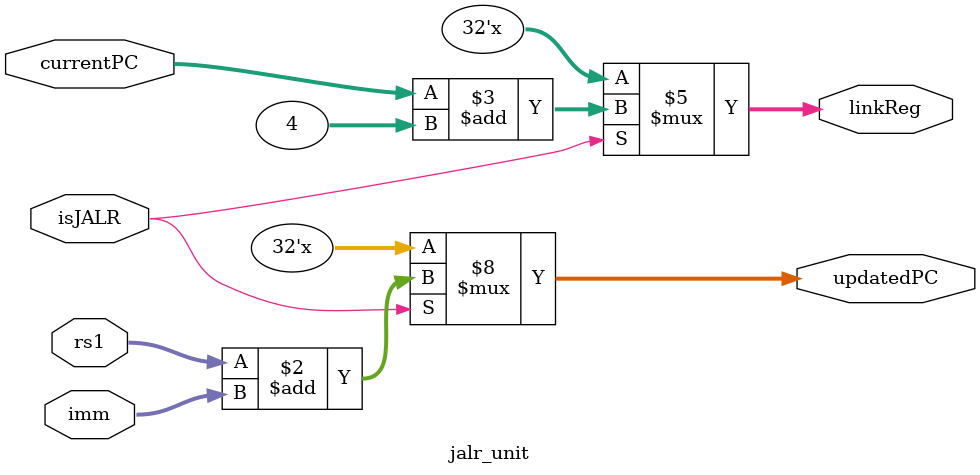
<source format=v>
module jalr_unit (
    input isJALR,
    input [31:0] imm,
    input [31:0] currentPC,
    input [31:0] rs1,
    output reg [31:0] updatedPC,
    output reg [31:0] linkReg
);
    
    always@(*)
    begin
        if(isJALR)
        begin
            updatedPC <= rs1 + imm; //program jumps to base pc address + offset -> use the address that JAL stores in rd as the rs1 if you want to return from a routine
            linkReg = currentPC + 4; //for returning, just write linkReg data to a reg that is always set to zero (x0)
        end
    end
endmodule
</source>
